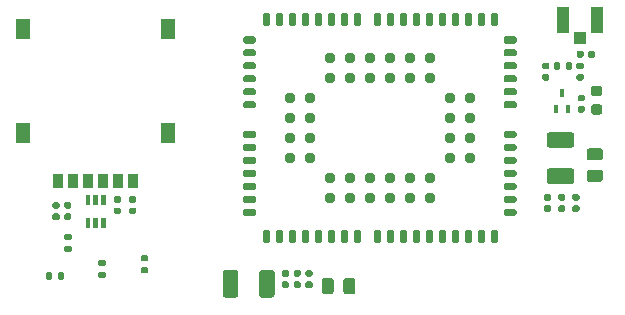
<source format=gbr>
G04 #@! TF.GenerationSoftware,KiCad,Pcbnew,6.0.10+dfsg-1~bpo11+1*
G04 #@! TF.CreationDate,2023-02-14T07:13:26+00:00*
G04 #@! TF.ProjectId,cellular-featherwing-pcb,63656c6c-756c-4617-922d-666561746865,rev?*
G04 #@! TF.SameCoordinates,Original*
G04 #@! TF.FileFunction,Paste,Top*
G04 #@! TF.FilePolarity,Positive*
%FSLAX46Y46*%
G04 Gerber Fmt 4.6, Leading zero omitted, Abs format (unit mm)*
G04 Created by KiCad (PCBNEW 6.0.10+dfsg-1~bpo11+1) date 2023-02-14 07:13:26*
%MOMM*%
%LPD*%
G01*
G04 APERTURE LIST*
%ADD10C,0.010000*%
%ADD11C,0.950000*%
%ADD12R,1.000000X1.050000*%
%ADD13R,1.050000X2.200000*%
%ADD14R,0.900000X1.200000*%
%ADD15R,1.300000X1.800000*%
%ADD16R,0.355600X0.762000*%
G04 APERTURE END LIST*
G36*
X131350000Y-101066250D02*
G01*
X131049858Y-101066250D01*
X131049858Y-100315000D01*
X131350000Y-100315000D01*
X131350000Y-101066250D01*
G37*
D10*
X131350000Y-101066250D02*
X131049858Y-101066250D01*
X131049858Y-100315000D01*
X131350000Y-100315000D01*
X131350000Y-101066250D01*
G36*
X130700000Y-101065920D02*
G01*
X130399445Y-101065920D01*
X130399445Y-100315000D01*
X130700000Y-100315000D01*
X130700000Y-101065920D01*
G37*
X130700000Y-101065920D02*
X130399445Y-101065920D01*
X130399445Y-100315000D01*
X130700000Y-100315000D01*
X130700000Y-101065920D01*
G36*
X132000000Y-101066090D02*
G01*
X131700413Y-101066090D01*
X131700413Y-100315000D01*
X132000000Y-100315000D01*
X132000000Y-101066090D01*
G37*
X132000000Y-101066090D02*
X131700413Y-101066090D01*
X131700413Y-100315000D01*
X132000000Y-100315000D01*
X132000000Y-101066090D01*
G36*
X130700000Y-99163889D02*
G01*
X130398454Y-99163889D01*
X130398454Y-98415000D01*
X130700000Y-98415000D01*
X130700000Y-99163889D01*
G37*
X130700000Y-99163889D02*
X130398454Y-99163889D01*
X130398454Y-98415000D01*
X130700000Y-98415000D01*
X130700000Y-99163889D01*
G36*
X131350000Y-99164924D02*
G01*
X131049980Y-99164924D01*
X131049980Y-98415000D01*
X131350000Y-98415000D01*
X131350000Y-99164924D01*
G37*
X131350000Y-99164924D02*
X131049980Y-99164924D01*
X131049980Y-98415000D01*
X131350000Y-98415000D01*
X131350000Y-99164924D01*
G36*
X132000000Y-99164957D02*
G01*
X131700037Y-99164957D01*
X131700037Y-98415000D01*
X132000000Y-98415000D01*
X132000000Y-99164957D01*
G37*
X132000000Y-99164957D02*
X131700037Y-99164957D01*
X131700037Y-98415000D01*
X132000000Y-98415000D01*
X132000000Y-99164957D01*
G36*
G01*
X143720000Y-98900000D02*
X143720000Y-98600000D01*
G75*
G02*
X143870000Y-98450000I150000J0D01*
G01*
X144670000Y-98450000D01*
G75*
G02*
X144820000Y-98600000I0J-150000D01*
G01*
X144820000Y-98900000D01*
G75*
G02*
X144670000Y-99050000I-150000J0D01*
G01*
X143870000Y-99050000D01*
G75*
G02*
X143720000Y-98900000I0J150000D01*
G01*
G37*
D11*
X147650000Y-90150000D03*
G36*
G01*
X151350000Y-102430000D02*
X151050000Y-102430000D01*
G75*
G02*
X150900000Y-102280000I0J150000D01*
G01*
X150900000Y-101480000D01*
G75*
G02*
X151050000Y-101330000I150000J0D01*
G01*
X151350000Y-101330000D01*
G75*
G02*
X151500000Y-101480000I0J-150000D01*
G01*
X151500000Y-102280000D01*
G75*
G02*
X151350000Y-102430000I-150000J0D01*
G01*
G37*
X152750000Y-96950000D03*
G36*
G01*
X143720000Y-96700000D02*
X143720000Y-96400000D01*
G75*
G02*
X143870000Y-96250000I150000J0D01*
G01*
X144670000Y-96250000D01*
G75*
G02*
X144820000Y-96400000I0J-150000D01*
G01*
X144820000Y-96700000D01*
G75*
G02*
X144670000Y-96850000I-150000J0D01*
G01*
X143870000Y-96850000D01*
G75*
G02*
X143720000Y-96700000I0J150000D01*
G01*
G37*
G36*
G01*
X164050000Y-102430000D02*
X163750000Y-102430000D01*
G75*
G02*
X163600000Y-102280000I0J150000D01*
G01*
X163600000Y-101480000D01*
G75*
G02*
X163750000Y-101330000I150000J0D01*
G01*
X164050000Y-101330000D01*
G75*
G02*
X164200000Y-101480000I0J-150000D01*
G01*
X164200000Y-102280000D01*
G75*
G02*
X164050000Y-102430000I-150000J0D01*
G01*
G37*
G36*
G01*
X145850000Y-102450000D02*
X145550000Y-102450000D01*
G75*
G02*
X145400000Y-102300000I0J150000D01*
G01*
X145400000Y-101500000D01*
G75*
G02*
X145550000Y-101350000I150000J0D01*
G01*
X145850000Y-101350000D01*
G75*
G02*
X146000000Y-101500000I0J-150000D01*
G01*
X146000000Y-102300000D01*
G75*
G02*
X145850000Y-102450000I-150000J0D01*
G01*
G37*
G36*
G01*
X154950000Y-82970000D02*
X155250000Y-82970000D01*
G75*
G02*
X155400000Y-83120000I0J-150000D01*
G01*
X155400000Y-83920000D01*
G75*
G02*
X155250000Y-84070000I-150000J0D01*
G01*
X154950000Y-84070000D01*
G75*
G02*
X154800000Y-83920000I0J150000D01*
G01*
X154800000Y-83120000D01*
G75*
G02*
X154950000Y-82970000I150000J0D01*
G01*
G37*
X157850000Y-86750000D03*
G36*
G01*
X157450000Y-102430000D02*
X157150000Y-102430000D01*
G75*
G02*
X157000000Y-102280000I0J150000D01*
G01*
X157000000Y-101480000D01*
G75*
G02*
X157150000Y-101330000I150000J0D01*
G01*
X157450000Y-101330000D01*
G75*
G02*
X157600000Y-101480000I0J-150000D01*
G01*
X157600000Y-102280000D01*
G75*
G02*
X157450000Y-102430000I-150000J0D01*
G01*
G37*
G36*
G01*
X156350000Y-102430000D02*
X156050000Y-102430000D01*
G75*
G02*
X155900000Y-102280000I0J150000D01*
G01*
X155900000Y-101480000D01*
G75*
G02*
X156050000Y-101330000I150000J0D01*
G01*
X156350000Y-101330000D01*
G75*
G02*
X156500000Y-101480000I0J-150000D01*
G01*
X156500000Y-102280000D01*
G75*
G02*
X156350000Y-102430000I-150000J0D01*
G01*
G37*
G36*
G01*
X165150000Y-102430000D02*
X164850000Y-102430000D01*
G75*
G02*
X164700000Y-102280000I0J150000D01*
G01*
X164700000Y-101480000D01*
G75*
G02*
X164850000Y-101330000I150000J0D01*
G01*
X165150000Y-101330000D01*
G75*
G02*
X165300000Y-101480000I0J-150000D01*
G01*
X165300000Y-102280000D01*
G75*
G02*
X165150000Y-102430000I-150000J0D01*
G01*
G37*
G36*
G01*
X143720000Y-94500000D02*
X143720000Y-94200000D01*
G75*
G02*
X143870000Y-94050000I150000J0D01*
G01*
X144670000Y-94050000D01*
G75*
G02*
X144820000Y-94200000I0J-150000D01*
G01*
X144820000Y-94500000D01*
G75*
G02*
X144670000Y-94650000I-150000J0D01*
G01*
X143870000Y-94650000D01*
G75*
G02*
X143720000Y-94500000I0J150000D01*
G01*
G37*
G36*
G01*
X157150000Y-82970000D02*
X157450000Y-82970000D01*
G75*
G02*
X157600000Y-83120000I0J-150000D01*
G01*
X157600000Y-83920000D01*
G75*
G02*
X157450000Y-84070000I-150000J0D01*
G01*
X157150000Y-84070000D01*
G75*
G02*
X157000000Y-83920000I0J150000D01*
G01*
X157000000Y-83120000D01*
G75*
G02*
X157150000Y-82970000I150000J0D01*
G01*
G37*
X161250000Y-95250000D03*
X152750000Y-86750000D03*
X149350000Y-90150000D03*
G36*
G01*
X166880000Y-87300000D02*
X166880000Y-87600000D01*
G75*
G02*
X166730000Y-87750000I-150000J0D01*
G01*
X165930000Y-87750000D01*
G75*
G02*
X165780000Y-87600000I0J150000D01*
G01*
X165780000Y-87300000D01*
G75*
G02*
X165930000Y-87150000I150000J0D01*
G01*
X166730000Y-87150000D01*
G75*
G02*
X166880000Y-87300000I0J-150000D01*
G01*
G37*
G36*
G01*
X143720000Y-85400000D02*
X143720000Y-85100000D01*
G75*
G02*
X143870000Y-84950000I150000J0D01*
G01*
X144670000Y-84950000D01*
G75*
G02*
X144820000Y-85100000I0J-150000D01*
G01*
X144820000Y-85400000D01*
G75*
G02*
X144670000Y-85550000I-150000J0D01*
G01*
X143870000Y-85550000D01*
G75*
G02*
X143720000Y-85400000I0J150000D01*
G01*
G37*
X162950000Y-91850000D03*
X156150000Y-96950000D03*
G36*
G01*
X161850000Y-102430000D02*
X161550000Y-102430000D01*
G75*
G02*
X161400000Y-102280000I0J150000D01*
G01*
X161400000Y-101480000D01*
G75*
G02*
X161550000Y-101330000I150000J0D01*
G01*
X161850000Y-101330000D01*
G75*
G02*
X162000000Y-101480000I0J-150000D01*
G01*
X162000000Y-102280000D01*
G75*
G02*
X161850000Y-102430000I-150000J0D01*
G01*
G37*
X154450000Y-96950000D03*
G36*
G01*
X161550000Y-82970000D02*
X161850000Y-82970000D01*
G75*
G02*
X162000000Y-83120000I0J-150000D01*
G01*
X162000000Y-83920000D01*
G75*
G02*
X161850000Y-84070000I-150000J0D01*
G01*
X161550000Y-84070000D01*
G75*
G02*
X161400000Y-83920000I0J150000D01*
G01*
X161400000Y-83120000D01*
G75*
G02*
X161550000Y-82970000I150000J0D01*
G01*
G37*
G36*
G01*
X164850000Y-82970000D02*
X165150000Y-82970000D01*
G75*
G02*
X165300000Y-83120000I0J-150000D01*
G01*
X165300000Y-83920000D01*
G75*
G02*
X165150000Y-84070000I-150000J0D01*
G01*
X164850000Y-84070000D01*
G75*
G02*
X164700000Y-83920000I0J150000D01*
G01*
X164700000Y-83120000D01*
G75*
G02*
X164850000Y-82970000I150000J0D01*
G01*
G37*
X151050000Y-96950000D03*
G36*
G01*
X166880000Y-98600000D02*
X166880000Y-98900000D01*
G75*
G02*
X166730000Y-99050000I-150000J0D01*
G01*
X165930000Y-99050000D01*
G75*
G02*
X165780000Y-98900000I0J150000D01*
G01*
X165780000Y-98600000D01*
G75*
G02*
X165930000Y-98450000I150000J0D01*
G01*
X166730000Y-98450000D01*
G75*
G02*
X166880000Y-98600000I0J-150000D01*
G01*
G37*
G36*
G01*
X160450000Y-82970000D02*
X160750000Y-82970000D01*
G75*
G02*
X160900000Y-83120000I0J-150000D01*
G01*
X160900000Y-83920000D01*
G75*
G02*
X160750000Y-84070000I-150000J0D01*
G01*
X160450000Y-84070000D01*
G75*
G02*
X160300000Y-83920000I0J150000D01*
G01*
X160300000Y-83120000D01*
G75*
G02*
X160450000Y-82970000I150000J0D01*
G01*
G37*
G36*
G01*
X162950000Y-102430000D02*
X162650000Y-102430000D01*
G75*
G02*
X162500000Y-102280000I0J150000D01*
G01*
X162500000Y-101480000D01*
G75*
G02*
X162650000Y-101330000I150000J0D01*
G01*
X162950000Y-101330000D01*
G75*
G02*
X163100000Y-101480000I0J-150000D01*
G01*
X163100000Y-102280000D01*
G75*
G02*
X162950000Y-102430000I-150000J0D01*
G01*
G37*
G36*
G01*
X152150000Y-82970000D02*
X152450000Y-82970000D01*
G75*
G02*
X152600000Y-83120000I0J-150000D01*
G01*
X152600000Y-83920000D01*
G75*
G02*
X152450000Y-84070000I-150000J0D01*
G01*
X152150000Y-84070000D01*
G75*
G02*
X152000000Y-83920000I0J150000D01*
G01*
X152000000Y-83120000D01*
G75*
G02*
X152150000Y-82970000I150000J0D01*
G01*
G37*
G36*
G01*
X166880000Y-99700000D02*
X166880000Y-100000000D01*
G75*
G02*
X166730000Y-100150000I-150000J0D01*
G01*
X165930000Y-100150000D01*
G75*
G02*
X165780000Y-100000000I0J150000D01*
G01*
X165780000Y-99700000D01*
G75*
G02*
X165930000Y-99550000I150000J0D01*
G01*
X166730000Y-99550000D01*
G75*
G02*
X166880000Y-99700000I0J-150000D01*
G01*
G37*
G36*
G01*
X166880000Y-85100000D02*
X166880000Y-85400000D01*
G75*
G02*
X166730000Y-85550000I-150000J0D01*
G01*
X165930000Y-85550000D01*
G75*
G02*
X165780000Y-85400000I0J150000D01*
G01*
X165780000Y-85100000D01*
G75*
G02*
X165930000Y-84950000I150000J0D01*
G01*
X166730000Y-84950000D01*
G75*
G02*
X166880000Y-85100000I0J-150000D01*
G01*
G37*
G36*
G01*
X143720000Y-97800000D02*
X143720000Y-97500000D01*
G75*
G02*
X143870000Y-97350000I150000J0D01*
G01*
X144670000Y-97350000D01*
G75*
G02*
X144820000Y-97500000I0J-150000D01*
G01*
X144820000Y-97800000D01*
G75*
G02*
X144670000Y-97950000I-150000J0D01*
G01*
X143870000Y-97950000D01*
G75*
G02*
X143720000Y-97800000I0J150000D01*
G01*
G37*
G36*
G01*
X148850000Y-82970000D02*
X149150000Y-82970000D01*
G75*
G02*
X149300000Y-83120000I0J-150000D01*
G01*
X149300000Y-83920000D01*
G75*
G02*
X149150000Y-84070000I-150000J0D01*
G01*
X148850000Y-84070000D01*
G75*
G02*
X148700000Y-83920000I0J150000D01*
G01*
X148700000Y-83120000D01*
G75*
G02*
X148850000Y-82970000I150000J0D01*
G01*
G37*
X151050000Y-98650000D03*
G36*
G01*
X151050000Y-82970000D02*
X151350000Y-82970000D01*
G75*
G02*
X151500000Y-83120000I0J-150000D01*
G01*
X151500000Y-83920000D01*
G75*
G02*
X151350000Y-84070000I-150000J0D01*
G01*
X151050000Y-84070000D01*
G75*
G02*
X150900000Y-83920000I0J150000D01*
G01*
X150900000Y-83120000D01*
G75*
G02*
X151050000Y-82970000I150000J0D01*
G01*
G37*
G36*
G01*
X166880000Y-95300000D02*
X166880000Y-95600000D01*
G75*
G02*
X166730000Y-95750000I-150000J0D01*
G01*
X165930000Y-95750000D01*
G75*
G02*
X165780000Y-95600000I0J150000D01*
G01*
X165780000Y-95300000D01*
G75*
G02*
X165930000Y-95150000I150000J0D01*
G01*
X166730000Y-95150000D01*
G75*
G02*
X166880000Y-95300000I0J-150000D01*
G01*
G37*
G36*
G01*
X166880000Y-90600000D02*
X166880000Y-90900000D01*
G75*
G02*
X166730000Y-91050000I-150000J0D01*
G01*
X165930000Y-91050000D01*
G75*
G02*
X165780000Y-90900000I0J150000D01*
G01*
X165780000Y-90600000D01*
G75*
G02*
X165930000Y-90450000I150000J0D01*
G01*
X166730000Y-90450000D01*
G75*
G02*
X166880000Y-90600000I0J-150000D01*
G01*
G37*
X149350000Y-93550000D03*
X152750000Y-98650000D03*
X159550000Y-96950000D03*
G36*
G01*
X147750000Y-82970000D02*
X148050000Y-82970000D01*
G75*
G02*
X148200000Y-83120000I0J-150000D01*
G01*
X148200000Y-83920000D01*
G75*
G02*
X148050000Y-84070000I-150000J0D01*
G01*
X147750000Y-84070000D01*
G75*
G02*
X147600000Y-83920000I0J150000D01*
G01*
X147600000Y-83120000D01*
G75*
G02*
X147750000Y-82970000I150000J0D01*
G01*
G37*
G36*
G01*
X143720000Y-90900000D02*
X143720000Y-90600000D01*
G75*
G02*
X143870000Y-90450000I150000J0D01*
G01*
X144670000Y-90450000D01*
G75*
G02*
X144820000Y-90600000I0J-150000D01*
G01*
X144820000Y-90900000D01*
G75*
G02*
X144670000Y-91050000I-150000J0D01*
G01*
X143870000Y-91050000D01*
G75*
G02*
X143720000Y-90900000I0J150000D01*
G01*
G37*
G36*
G01*
X143720000Y-86500000D02*
X143720000Y-86200000D01*
G75*
G02*
X143870000Y-86050000I150000J0D01*
G01*
X144670000Y-86050000D01*
G75*
G02*
X144820000Y-86200000I0J-150000D01*
G01*
X144820000Y-86500000D01*
G75*
G02*
X144670000Y-86650000I-150000J0D01*
G01*
X143870000Y-86650000D01*
G75*
G02*
X143720000Y-86500000I0J150000D01*
G01*
G37*
X162950000Y-90150000D03*
X147650000Y-93550000D03*
G36*
G01*
X166880000Y-94200000D02*
X166880000Y-94500000D01*
G75*
G02*
X166730000Y-94650000I-150000J0D01*
G01*
X165930000Y-94650000D01*
G75*
G02*
X165780000Y-94500000I0J150000D01*
G01*
X165780000Y-94200000D01*
G75*
G02*
X165930000Y-94050000I150000J0D01*
G01*
X166730000Y-94050000D01*
G75*
G02*
X166880000Y-94200000I0J-150000D01*
G01*
G37*
X147650000Y-91850000D03*
X156150000Y-86750000D03*
X159550000Y-86750000D03*
G36*
G01*
X143720000Y-87600000D02*
X143720000Y-87300000D01*
G75*
G02*
X143870000Y-87150000I150000J0D01*
G01*
X144670000Y-87150000D01*
G75*
G02*
X144820000Y-87300000I0J-150000D01*
G01*
X144820000Y-87600000D01*
G75*
G02*
X144670000Y-87750000I-150000J0D01*
G01*
X143870000Y-87750000D01*
G75*
G02*
X143720000Y-87600000I0J150000D01*
G01*
G37*
G36*
G01*
X163750000Y-82970000D02*
X164050000Y-82970000D01*
G75*
G02*
X164200000Y-83120000I0J-150000D01*
G01*
X164200000Y-83920000D01*
G75*
G02*
X164050000Y-84070000I-150000J0D01*
G01*
X163750000Y-84070000D01*
G75*
G02*
X163600000Y-83920000I0J150000D01*
G01*
X163600000Y-83120000D01*
G75*
G02*
X163750000Y-82970000I150000J0D01*
G01*
G37*
G36*
G01*
X166880000Y-96400000D02*
X166880000Y-96700000D01*
G75*
G02*
X166730000Y-96850000I-150000J0D01*
G01*
X165930000Y-96850000D01*
G75*
G02*
X165780000Y-96700000I0J150000D01*
G01*
X165780000Y-96400000D01*
G75*
G02*
X165930000Y-96250000I150000J0D01*
G01*
X166730000Y-96250000D01*
G75*
G02*
X166880000Y-96400000I0J-150000D01*
G01*
G37*
X156150000Y-88450000D03*
G36*
G01*
X153550000Y-102430000D02*
X153250000Y-102430000D01*
G75*
G02*
X153100000Y-102280000I0J150000D01*
G01*
X153100000Y-101480000D01*
G75*
G02*
X153250000Y-101330000I150000J0D01*
G01*
X153550000Y-101330000D01*
G75*
G02*
X153700000Y-101480000I0J-150000D01*
G01*
X153700000Y-102280000D01*
G75*
G02*
X153550000Y-102430000I-150000J0D01*
G01*
G37*
G36*
G01*
X166880000Y-89500000D02*
X166880000Y-89800000D01*
G75*
G02*
X166730000Y-89950000I-150000J0D01*
G01*
X165930000Y-89950000D01*
G75*
G02*
X165780000Y-89800000I0J150000D01*
G01*
X165780000Y-89500000D01*
G75*
G02*
X165930000Y-89350000I150000J0D01*
G01*
X166730000Y-89350000D01*
G75*
G02*
X166880000Y-89500000I0J-150000D01*
G01*
G37*
G36*
G01*
X155250000Y-102430000D02*
X154950000Y-102430000D01*
G75*
G02*
X154800000Y-102280000I0J150000D01*
G01*
X154800000Y-101480000D01*
G75*
G02*
X154950000Y-101330000I150000J0D01*
G01*
X155250000Y-101330000D01*
G75*
G02*
X155400000Y-101480000I0J-150000D01*
G01*
X155400000Y-102280000D01*
G75*
G02*
X155250000Y-102430000I-150000J0D01*
G01*
G37*
X154450000Y-88450000D03*
G36*
G01*
X159650000Y-102430000D02*
X159350000Y-102430000D01*
G75*
G02*
X159200000Y-102280000I0J150000D01*
G01*
X159200000Y-101480000D01*
G75*
G02*
X159350000Y-101330000I150000J0D01*
G01*
X159650000Y-101330000D01*
G75*
G02*
X159800000Y-101480000I0J-150000D01*
G01*
X159800000Y-102280000D01*
G75*
G02*
X159650000Y-102430000I-150000J0D01*
G01*
G37*
X157850000Y-98650000D03*
G36*
G01*
X146650000Y-82970000D02*
X146950000Y-82970000D01*
G75*
G02*
X147100000Y-83120000I0J-150000D01*
G01*
X147100000Y-83920000D01*
G75*
G02*
X146950000Y-84070000I-150000J0D01*
G01*
X146650000Y-84070000D01*
G75*
G02*
X146500000Y-83920000I0J150000D01*
G01*
X146500000Y-83120000D01*
G75*
G02*
X146650000Y-82970000I150000J0D01*
G01*
G37*
X151050000Y-86750000D03*
G36*
G01*
X166880000Y-97500000D02*
X166880000Y-97800000D01*
G75*
G02*
X166730000Y-97950000I-150000J0D01*
G01*
X165930000Y-97950000D01*
G75*
G02*
X165780000Y-97800000I0J150000D01*
G01*
X165780000Y-97500000D01*
G75*
G02*
X165930000Y-97350000I150000J0D01*
G01*
X166730000Y-97350000D01*
G75*
G02*
X166880000Y-97500000I0J-150000D01*
G01*
G37*
X147650000Y-95250000D03*
G36*
G01*
X166880000Y-93100000D02*
X166880000Y-93400000D01*
G75*
G02*
X166730000Y-93550000I-150000J0D01*
G01*
X165930000Y-93550000D01*
G75*
G02*
X165780000Y-93400000I0J150000D01*
G01*
X165780000Y-93100000D01*
G75*
G02*
X165930000Y-92950000I150000J0D01*
G01*
X166730000Y-92950000D01*
G75*
G02*
X166880000Y-93100000I0J-150000D01*
G01*
G37*
X151050000Y-88450000D03*
G36*
G01*
X162650000Y-82970000D02*
X162950000Y-82970000D01*
G75*
G02*
X163100000Y-83120000I0J-150000D01*
G01*
X163100000Y-83920000D01*
G75*
G02*
X162950000Y-84070000I-150000J0D01*
G01*
X162650000Y-84070000D01*
G75*
G02*
X162500000Y-83920000I0J150000D01*
G01*
X162500000Y-83120000D01*
G75*
G02*
X162650000Y-82970000I150000J0D01*
G01*
G37*
G36*
G01*
X153250000Y-82970000D02*
X153550000Y-82970000D01*
G75*
G02*
X153700000Y-83120000I0J-150000D01*
G01*
X153700000Y-83920000D01*
G75*
G02*
X153550000Y-84070000I-150000J0D01*
G01*
X153250000Y-84070000D01*
G75*
G02*
X153100000Y-83920000I0J150000D01*
G01*
X153100000Y-83120000D01*
G75*
G02*
X153250000Y-82970000I150000J0D01*
G01*
G37*
G36*
G01*
X150250000Y-102430000D02*
X149950000Y-102430000D01*
G75*
G02*
X149800000Y-102280000I0J150000D01*
G01*
X149800000Y-101480000D01*
G75*
G02*
X149950000Y-101330000I150000J0D01*
G01*
X150250000Y-101330000D01*
G75*
G02*
X150400000Y-101480000I0J-150000D01*
G01*
X150400000Y-102280000D01*
G75*
G02*
X150250000Y-102430000I-150000J0D01*
G01*
G37*
X159550000Y-88450000D03*
X159550000Y-98650000D03*
G36*
G01*
X166880000Y-88400000D02*
X166880000Y-88700000D01*
G75*
G02*
X166730000Y-88850000I-150000J0D01*
G01*
X165930000Y-88850000D01*
G75*
G02*
X165780000Y-88700000I0J150000D01*
G01*
X165780000Y-88400000D01*
G75*
G02*
X165930000Y-88250000I150000J0D01*
G01*
X166730000Y-88250000D01*
G75*
G02*
X166880000Y-88400000I0J-150000D01*
G01*
G37*
X149350000Y-95250000D03*
X162950000Y-95250000D03*
X157850000Y-96950000D03*
X161250000Y-93550000D03*
G36*
G01*
X143720000Y-89800000D02*
X143720000Y-89500000D01*
G75*
G02*
X143870000Y-89350000I150000J0D01*
G01*
X144670000Y-89350000D01*
G75*
G02*
X144820000Y-89500000I0J-150000D01*
G01*
X144820000Y-89800000D01*
G75*
G02*
X144670000Y-89950000I-150000J0D01*
G01*
X143870000Y-89950000D01*
G75*
G02*
X143720000Y-89800000I0J150000D01*
G01*
G37*
G36*
G01*
X146950000Y-102430000D02*
X146650000Y-102430000D01*
G75*
G02*
X146500000Y-102280000I0J150000D01*
G01*
X146500000Y-101480000D01*
G75*
G02*
X146650000Y-101330000I150000J0D01*
G01*
X146950000Y-101330000D01*
G75*
G02*
X147100000Y-101480000I0J-150000D01*
G01*
X147100000Y-102280000D01*
G75*
G02*
X146950000Y-102430000I-150000J0D01*
G01*
G37*
G36*
G01*
X143720000Y-95600000D02*
X143720000Y-95300000D01*
G75*
G02*
X143870000Y-95150000I150000J0D01*
G01*
X144670000Y-95150000D01*
G75*
G02*
X144820000Y-95300000I0J-150000D01*
G01*
X144820000Y-95600000D01*
G75*
G02*
X144670000Y-95750000I-150000J0D01*
G01*
X143870000Y-95750000D01*
G75*
G02*
X143720000Y-95600000I0J150000D01*
G01*
G37*
G36*
G01*
X143720000Y-88700000D02*
X143720000Y-88400000D01*
G75*
G02*
X143870000Y-88250000I150000J0D01*
G01*
X144670000Y-88250000D01*
G75*
G02*
X144820000Y-88400000I0J-150000D01*
G01*
X144820000Y-88700000D01*
G75*
G02*
X144670000Y-88850000I-150000J0D01*
G01*
X143870000Y-88850000D01*
G75*
G02*
X143720000Y-88700000I0J150000D01*
G01*
G37*
X152750000Y-88450000D03*
G36*
G01*
X158550000Y-102430000D02*
X158250000Y-102430000D01*
G75*
G02*
X158100000Y-102280000I0J150000D01*
G01*
X158100000Y-101480000D01*
G75*
G02*
X158250000Y-101330000I150000J0D01*
G01*
X158550000Y-101330000D01*
G75*
G02*
X158700000Y-101480000I0J-150000D01*
G01*
X158700000Y-102280000D01*
G75*
G02*
X158550000Y-102430000I-150000J0D01*
G01*
G37*
X154450000Y-98650000D03*
X156150000Y-98650000D03*
X157850000Y-88450000D03*
G36*
G01*
X156050000Y-82970000D02*
X156350000Y-82970000D01*
G75*
G02*
X156500000Y-83120000I0J-150000D01*
G01*
X156500000Y-83920000D01*
G75*
G02*
X156350000Y-84070000I-150000J0D01*
G01*
X156050000Y-84070000D01*
G75*
G02*
X155900000Y-83920000I0J150000D01*
G01*
X155900000Y-83120000D01*
G75*
G02*
X156050000Y-82970000I150000J0D01*
G01*
G37*
X162950000Y-93550000D03*
G36*
G01*
X159350000Y-82970000D02*
X159650000Y-82970000D01*
G75*
G02*
X159800000Y-83120000I0J-150000D01*
G01*
X159800000Y-83920000D01*
G75*
G02*
X159650000Y-84070000I-150000J0D01*
G01*
X159350000Y-84070000D01*
G75*
G02*
X159200000Y-83920000I0J150000D01*
G01*
X159200000Y-83120000D01*
G75*
G02*
X159350000Y-82970000I150000J0D01*
G01*
G37*
X149350000Y-91850000D03*
G36*
G01*
X149950000Y-82970000D02*
X150250000Y-82970000D01*
G75*
G02*
X150400000Y-83120000I0J-150000D01*
G01*
X150400000Y-83920000D01*
G75*
G02*
X150250000Y-84070000I-150000J0D01*
G01*
X149950000Y-84070000D01*
G75*
G02*
X149800000Y-83920000I0J150000D01*
G01*
X149800000Y-83120000D01*
G75*
G02*
X149950000Y-82970000I150000J0D01*
G01*
G37*
G36*
G01*
X166880000Y-86200000D02*
X166880000Y-86500000D01*
G75*
G02*
X166730000Y-86650000I-150000J0D01*
G01*
X165930000Y-86650000D01*
G75*
G02*
X165780000Y-86500000I0J150000D01*
G01*
X165780000Y-86200000D01*
G75*
G02*
X165930000Y-86050000I150000J0D01*
G01*
X166730000Y-86050000D01*
G75*
G02*
X166880000Y-86200000I0J-150000D01*
G01*
G37*
X161250000Y-90150000D03*
G36*
G01*
X160750000Y-102430000D02*
X160450000Y-102430000D01*
G75*
G02*
X160300000Y-102280000I0J150000D01*
G01*
X160300000Y-101480000D01*
G75*
G02*
X160450000Y-101330000I150000J0D01*
G01*
X160750000Y-101330000D01*
G75*
G02*
X160900000Y-101480000I0J-150000D01*
G01*
X160900000Y-102280000D01*
G75*
G02*
X160750000Y-102430000I-150000J0D01*
G01*
G37*
X161250000Y-91850000D03*
G36*
G01*
X158250000Y-82970000D02*
X158550000Y-82970000D01*
G75*
G02*
X158700000Y-83120000I0J-150000D01*
G01*
X158700000Y-83920000D01*
G75*
G02*
X158550000Y-84070000I-150000J0D01*
G01*
X158250000Y-84070000D01*
G75*
G02*
X158100000Y-83920000I0J150000D01*
G01*
X158100000Y-83120000D01*
G75*
G02*
X158250000Y-82970000I150000J0D01*
G01*
G37*
X154450000Y-86750000D03*
G36*
G01*
X148050000Y-102430000D02*
X147750000Y-102430000D01*
G75*
G02*
X147600000Y-102280000I0J150000D01*
G01*
X147600000Y-101480000D01*
G75*
G02*
X147750000Y-101330000I150000J0D01*
G01*
X148050000Y-101330000D01*
G75*
G02*
X148200000Y-101480000I0J-150000D01*
G01*
X148200000Y-102280000D01*
G75*
G02*
X148050000Y-102430000I-150000J0D01*
G01*
G37*
G36*
G01*
X149150000Y-102430000D02*
X148850000Y-102430000D01*
G75*
G02*
X148700000Y-102280000I0J150000D01*
G01*
X148700000Y-101480000D01*
G75*
G02*
X148850000Y-101330000I150000J0D01*
G01*
X149150000Y-101330000D01*
G75*
G02*
X149300000Y-101480000I0J-150000D01*
G01*
X149300000Y-102280000D01*
G75*
G02*
X149150000Y-102430000I-150000J0D01*
G01*
G37*
G36*
G01*
X143720000Y-100000000D02*
X143720000Y-99700000D01*
G75*
G02*
X143870000Y-99550000I150000J0D01*
G01*
X144670000Y-99550000D01*
G75*
G02*
X144820000Y-99700000I0J-150000D01*
G01*
X144820000Y-100000000D01*
G75*
G02*
X144670000Y-100150000I-150000J0D01*
G01*
X143870000Y-100150000D01*
G75*
G02*
X143720000Y-100000000I0J150000D01*
G01*
G37*
G36*
G01*
X152450000Y-102430000D02*
X152150000Y-102430000D01*
G75*
G02*
X152000000Y-102280000I0J150000D01*
G01*
X152000000Y-101480000D01*
G75*
G02*
X152150000Y-101330000I150000J0D01*
G01*
X152450000Y-101330000D01*
G75*
G02*
X152600000Y-101480000I0J-150000D01*
G01*
X152600000Y-102280000D01*
G75*
G02*
X152450000Y-102430000I-150000J0D01*
G01*
G37*
G36*
G01*
X145550000Y-82970000D02*
X145850000Y-82970000D01*
G75*
G02*
X146000000Y-83120000I0J-150000D01*
G01*
X146000000Y-83920000D01*
G75*
G02*
X145850000Y-84070000I-150000J0D01*
G01*
X145550000Y-84070000D01*
G75*
G02*
X145400000Y-83920000I0J150000D01*
G01*
X145400000Y-83120000D01*
G75*
G02*
X145550000Y-82970000I150000J0D01*
G01*
G37*
G36*
G01*
X143720000Y-93400000D02*
X143720000Y-93100000D01*
G75*
G02*
X143870000Y-92950000I150000J0D01*
G01*
X144670000Y-92950000D01*
G75*
G02*
X144820000Y-93100000I0J-150000D01*
G01*
X144820000Y-93400000D01*
G75*
G02*
X144670000Y-93550000I-150000J0D01*
G01*
X143870000Y-93550000D01*
G75*
G02*
X143720000Y-93400000I0J150000D01*
G01*
G37*
G36*
G01*
X127000000Y-105425000D02*
X127000000Y-105055000D01*
G75*
G02*
X127135000Y-104920000I135000J0D01*
G01*
X127405000Y-104920000D01*
G75*
G02*
X127540000Y-105055000I0J-135000D01*
G01*
X127540000Y-105425000D01*
G75*
G02*
X127405000Y-105560000I-135000J0D01*
G01*
X127135000Y-105560000D01*
G75*
G02*
X127000000Y-105425000I0J135000D01*
G01*
G37*
G36*
G01*
X128020000Y-105425000D02*
X128020000Y-105055000D01*
G75*
G02*
X128155000Y-104920000I135000J0D01*
G01*
X128425000Y-104920000D01*
G75*
G02*
X128560000Y-105055000I0J-135000D01*
G01*
X128560000Y-105425000D01*
G75*
G02*
X128425000Y-105560000I-135000J0D01*
G01*
X128155000Y-105560000D01*
G75*
G02*
X128020000Y-105425000I0J135000D01*
G01*
G37*
G36*
G01*
X148130000Y-104740000D02*
X148470000Y-104740000D01*
G75*
G02*
X148610000Y-104880000I0J-140000D01*
G01*
X148610000Y-105160000D01*
G75*
G02*
X148470000Y-105300000I-140000J0D01*
G01*
X148130000Y-105300000D01*
G75*
G02*
X147990000Y-105160000I0J140000D01*
G01*
X147990000Y-104880000D01*
G75*
G02*
X148130000Y-104740000I140000J0D01*
G01*
G37*
G36*
G01*
X148130000Y-105700000D02*
X148470000Y-105700000D01*
G75*
G02*
X148610000Y-105840000I0J-140000D01*
G01*
X148610000Y-106120000D01*
G75*
G02*
X148470000Y-106260000I-140000J0D01*
G01*
X148130000Y-106260000D01*
G75*
G02*
X147990000Y-106120000I0J140000D01*
G01*
X147990000Y-105840000D01*
G75*
G02*
X148130000Y-105700000I140000J0D01*
G01*
G37*
G36*
G01*
X170530000Y-98290000D02*
X170870000Y-98290000D01*
G75*
G02*
X171010000Y-98430000I0J-140000D01*
G01*
X171010000Y-98710000D01*
G75*
G02*
X170870000Y-98850000I-140000J0D01*
G01*
X170530000Y-98850000D01*
G75*
G02*
X170390000Y-98710000I0J140000D01*
G01*
X170390000Y-98430000D01*
G75*
G02*
X170530000Y-98290000I140000J0D01*
G01*
G37*
G36*
G01*
X170530000Y-99250000D02*
X170870000Y-99250000D01*
G75*
G02*
X171010000Y-99390000I0J-140000D01*
G01*
X171010000Y-99670000D01*
G75*
G02*
X170870000Y-99810000I-140000J0D01*
G01*
X170530000Y-99810000D01*
G75*
G02*
X170390000Y-99670000I0J140000D01*
G01*
X170390000Y-99390000D01*
G75*
G02*
X170530000Y-99250000I140000J0D01*
G01*
G37*
G36*
G01*
X169180000Y-87170000D02*
X169520000Y-87170000D01*
G75*
G02*
X169660000Y-87310000I0J-140000D01*
G01*
X169660000Y-87590000D01*
G75*
G02*
X169520000Y-87730000I-140000J0D01*
G01*
X169180000Y-87730000D01*
G75*
G02*
X169040000Y-87590000I0J140000D01*
G01*
X169040000Y-87310000D01*
G75*
G02*
X169180000Y-87170000I140000J0D01*
G01*
G37*
G36*
G01*
X169180000Y-88130000D02*
X169520000Y-88130000D01*
G75*
G02*
X169660000Y-88270000I0J-140000D01*
G01*
X169660000Y-88550000D01*
G75*
G02*
X169520000Y-88690000I-140000J0D01*
G01*
X169180000Y-88690000D01*
G75*
G02*
X169040000Y-88550000I0J140000D01*
G01*
X169040000Y-88270000D01*
G75*
G02*
X169180000Y-88130000I140000J0D01*
G01*
G37*
G36*
G01*
X171580000Y-87265000D02*
X171580000Y-87635000D01*
G75*
G02*
X171445000Y-87770000I-135000J0D01*
G01*
X171175000Y-87770000D01*
G75*
G02*
X171040000Y-87635000I0J135000D01*
G01*
X171040000Y-87265000D01*
G75*
G02*
X171175000Y-87130000I135000J0D01*
G01*
X171445000Y-87130000D01*
G75*
G02*
X171580000Y-87265000I0J-135000D01*
G01*
G37*
G36*
G01*
X170560000Y-87265000D02*
X170560000Y-87635000D01*
G75*
G02*
X170425000Y-87770000I-135000J0D01*
G01*
X170155000Y-87770000D01*
G75*
G02*
X170020000Y-87635000I0J135000D01*
G01*
X170020000Y-87265000D01*
G75*
G02*
X170155000Y-87130000I135000J0D01*
G01*
X170425000Y-87130000D01*
G75*
G02*
X170560000Y-87265000I0J-135000D01*
G01*
G37*
G36*
G01*
X172080000Y-87170000D02*
X172420000Y-87170000D01*
G75*
G02*
X172560000Y-87310000I0J-140000D01*
G01*
X172560000Y-87590000D01*
G75*
G02*
X172420000Y-87730000I-140000J0D01*
G01*
X172080000Y-87730000D01*
G75*
G02*
X171940000Y-87590000I0J140000D01*
G01*
X171940000Y-87310000D01*
G75*
G02*
X172080000Y-87170000I140000J0D01*
G01*
G37*
G36*
G01*
X172080000Y-88130000D02*
X172420000Y-88130000D01*
G75*
G02*
X172560000Y-88270000I0J-140000D01*
G01*
X172560000Y-88550000D01*
G75*
G02*
X172420000Y-88690000I-140000J0D01*
G01*
X172080000Y-88690000D01*
G75*
G02*
X171940000Y-88550000I0J140000D01*
G01*
X171940000Y-88270000D01*
G75*
G02*
X172080000Y-88130000I140000J0D01*
G01*
G37*
D12*
X172250000Y-85087500D03*
D13*
X170775000Y-83562500D03*
X173725000Y-83562500D03*
G36*
G01*
X150375000Y-106550000D02*
X150375000Y-105650000D01*
G75*
G02*
X150625000Y-105400000I250000J0D01*
G01*
X151150000Y-105400000D01*
G75*
G02*
X151400000Y-105650000I0J-250000D01*
G01*
X151400000Y-106550000D01*
G75*
G02*
X151150000Y-106800000I-250000J0D01*
G01*
X150625000Y-106800000D01*
G75*
G02*
X150375000Y-106550000I0J250000D01*
G01*
G37*
G36*
G01*
X152200000Y-106550000D02*
X152200000Y-105650000D01*
G75*
G02*
X152450000Y-105400000I250000J0D01*
G01*
X152975000Y-105400000D01*
G75*
G02*
X153225000Y-105650000I0J-250000D01*
G01*
X153225000Y-106550000D01*
G75*
G02*
X152975000Y-106800000I-250000J0D01*
G01*
X152450000Y-106800000D01*
G75*
G02*
X152200000Y-106550000I0J250000D01*
G01*
G37*
G36*
G01*
X147130000Y-104740000D02*
X147470000Y-104740000D01*
G75*
G02*
X147610000Y-104880000I0J-140000D01*
G01*
X147610000Y-105160000D01*
G75*
G02*
X147470000Y-105300000I-140000J0D01*
G01*
X147130000Y-105300000D01*
G75*
G02*
X146990000Y-105160000I0J140000D01*
G01*
X146990000Y-104880000D01*
G75*
G02*
X147130000Y-104740000I140000J0D01*
G01*
G37*
G36*
G01*
X147130000Y-105700000D02*
X147470000Y-105700000D01*
G75*
G02*
X147610000Y-105840000I0J-140000D01*
G01*
X147610000Y-106120000D01*
G75*
G02*
X147470000Y-106260000I-140000J0D01*
G01*
X147130000Y-106260000D01*
G75*
G02*
X146990000Y-106120000I0J140000D01*
G01*
X146990000Y-105840000D01*
G75*
G02*
X147130000Y-105700000I140000J0D01*
G01*
G37*
G36*
G01*
X131965000Y-105420000D02*
X131595000Y-105420000D01*
G75*
G02*
X131460000Y-105285000I0J135000D01*
G01*
X131460000Y-105015000D01*
G75*
G02*
X131595000Y-104880000I135000J0D01*
G01*
X131965000Y-104880000D01*
G75*
G02*
X132100000Y-105015000I0J-135000D01*
G01*
X132100000Y-105285000D01*
G75*
G02*
X131965000Y-105420000I-135000J0D01*
G01*
G37*
G36*
G01*
X131965000Y-104400000D02*
X131595000Y-104400000D01*
G75*
G02*
X131460000Y-104265000I0J135000D01*
G01*
X131460000Y-103995000D01*
G75*
G02*
X131595000Y-103860000I135000J0D01*
G01*
X131965000Y-103860000D01*
G75*
G02*
X132100000Y-103995000I0J-135000D01*
G01*
X132100000Y-104265000D01*
G75*
G02*
X131965000Y-104400000I-135000J0D01*
G01*
G37*
G36*
G01*
X132910000Y-98480000D02*
X133250000Y-98480000D01*
G75*
G02*
X133390000Y-98620000I0J-140000D01*
G01*
X133390000Y-98900000D01*
G75*
G02*
X133250000Y-99040000I-140000J0D01*
G01*
X132910000Y-99040000D01*
G75*
G02*
X132770000Y-98900000I0J140000D01*
G01*
X132770000Y-98620000D01*
G75*
G02*
X132910000Y-98480000I140000J0D01*
G01*
G37*
G36*
G01*
X132910000Y-99440000D02*
X133250000Y-99440000D01*
G75*
G02*
X133390000Y-99580000I0J-140000D01*
G01*
X133390000Y-99860000D01*
G75*
G02*
X133250000Y-100000000I-140000J0D01*
G01*
X132910000Y-100000000D01*
G75*
G02*
X132770000Y-99860000I0J140000D01*
G01*
X132770000Y-99580000D01*
G75*
G02*
X132910000Y-99440000I140000J0D01*
G01*
G37*
D14*
X134375000Y-97200000D03*
X131835000Y-97200000D03*
X129295000Y-97200000D03*
X133105000Y-97200000D03*
X130565000Y-97200000D03*
X128025000Y-97200000D03*
D15*
X137350000Y-93100000D03*
X125050000Y-93100000D03*
X125050000Y-84300000D03*
X137350000Y-84300000D03*
G36*
G01*
X173950000Y-97275000D02*
X173050000Y-97275000D01*
G75*
G02*
X172800000Y-97025000I0J250000D01*
G01*
X172800000Y-96500000D01*
G75*
G02*
X173050000Y-96250000I250000J0D01*
G01*
X173950000Y-96250000D01*
G75*
G02*
X174200000Y-96500000I0J-250000D01*
G01*
X174200000Y-97025000D01*
G75*
G02*
X173950000Y-97275000I-250000J0D01*
G01*
G37*
G36*
G01*
X173950000Y-95450000D02*
X173050000Y-95450000D01*
G75*
G02*
X172800000Y-95200000I0J250000D01*
G01*
X172800000Y-94675000D01*
G75*
G02*
X173050000Y-94425000I250000J0D01*
G01*
X173950000Y-94425000D01*
G75*
G02*
X174200000Y-94675000I0J-250000D01*
G01*
X174200000Y-95200000D01*
G75*
G02*
X173950000Y-95450000I-250000J0D01*
G01*
G37*
D16*
X170200001Y-91123100D03*
X171199999Y-91123100D03*
X170700000Y-89776900D03*
G36*
G01*
X172180000Y-89890000D02*
X172520000Y-89890000D01*
G75*
G02*
X172660000Y-90030000I0J-140000D01*
G01*
X172660000Y-90310000D01*
G75*
G02*
X172520000Y-90450000I-140000J0D01*
G01*
X172180000Y-90450000D01*
G75*
G02*
X172040000Y-90310000I0J140000D01*
G01*
X172040000Y-90030000D01*
G75*
G02*
X172180000Y-89890000I140000J0D01*
G01*
G37*
G36*
G01*
X172180000Y-90850000D02*
X172520000Y-90850000D01*
G75*
G02*
X172660000Y-90990000I0J-140000D01*
G01*
X172660000Y-91270000D01*
G75*
G02*
X172520000Y-91410000I-140000J0D01*
G01*
X172180000Y-91410000D01*
G75*
G02*
X172040000Y-91270000I0J140000D01*
G01*
X172040000Y-90990000D01*
G75*
G02*
X172180000Y-90850000I140000J0D01*
G01*
G37*
G36*
G01*
X173515000Y-86290000D02*
X173515000Y-86635000D01*
G75*
G02*
X173367500Y-86782500I-147500J0D01*
G01*
X173072500Y-86782500D01*
G75*
G02*
X172925000Y-86635000I0J147500D01*
G01*
X172925000Y-86290000D01*
G75*
G02*
X173072500Y-86142500I147500J0D01*
G01*
X173367500Y-86142500D01*
G75*
G02*
X173515000Y-86290000I0J-147500D01*
G01*
G37*
G36*
G01*
X172545000Y-86290000D02*
X172545000Y-86635000D01*
G75*
G02*
X172397500Y-86782500I-147500J0D01*
G01*
X172102500Y-86782500D01*
G75*
G02*
X171955000Y-86635000I0J147500D01*
G01*
X171955000Y-86290000D01*
G75*
G02*
X172102500Y-86142500I147500J0D01*
G01*
X172397500Y-86142500D01*
G75*
G02*
X172545000Y-86290000I0J-147500D01*
G01*
G37*
G36*
G01*
X149130000Y-104740000D02*
X149470000Y-104740000D01*
G75*
G02*
X149610000Y-104880000I0J-140000D01*
G01*
X149610000Y-105160000D01*
G75*
G02*
X149470000Y-105300000I-140000J0D01*
G01*
X149130000Y-105300000D01*
G75*
G02*
X148990000Y-105160000I0J140000D01*
G01*
X148990000Y-104880000D01*
G75*
G02*
X149130000Y-104740000I140000J0D01*
G01*
G37*
G36*
G01*
X149130000Y-105700000D02*
X149470000Y-105700000D01*
G75*
G02*
X149610000Y-105840000I0J-140000D01*
G01*
X149610000Y-106120000D01*
G75*
G02*
X149470000Y-106260000I-140000J0D01*
G01*
X149130000Y-106260000D01*
G75*
G02*
X148990000Y-106120000I0J140000D01*
G01*
X148990000Y-105840000D01*
G75*
G02*
X149130000Y-105700000I140000J0D01*
G01*
G37*
G36*
G01*
X134210000Y-98480000D02*
X134550000Y-98480000D01*
G75*
G02*
X134690000Y-98620000I0J-140000D01*
G01*
X134690000Y-98900000D01*
G75*
G02*
X134550000Y-99040000I-140000J0D01*
G01*
X134210000Y-99040000D01*
G75*
G02*
X134070000Y-98900000I0J140000D01*
G01*
X134070000Y-98620000D01*
G75*
G02*
X134210000Y-98480000I140000J0D01*
G01*
G37*
G36*
G01*
X134210000Y-99440000D02*
X134550000Y-99440000D01*
G75*
G02*
X134690000Y-99580000I0J-140000D01*
G01*
X134690000Y-99860000D01*
G75*
G02*
X134550000Y-100000000I-140000J0D01*
G01*
X134210000Y-100000000D01*
G75*
G02*
X134070000Y-99860000I0J140000D01*
G01*
X134070000Y-99580000D01*
G75*
G02*
X134210000Y-99440000I140000J0D01*
G01*
G37*
G36*
G01*
X171525000Y-97450000D02*
X169675000Y-97450000D01*
G75*
G02*
X169425000Y-97200000I0J250000D01*
G01*
X169425000Y-96375000D01*
G75*
G02*
X169675000Y-96125000I250000J0D01*
G01*
X171525000Y-96125000D01*
G75*
G02*
X171775000Y-96375000I0J-250000D01*
G01*
X171775000Y-97200000D01*
G75*
G02*
X171525000Y-97450000I-250000J0D01*
G01*
G37*
G36*
G01*
X171525000Y-94375000D02*
X169675000Y-94375000D01*
G75*
G02*
X169425000Y-94125000I0J250000D01*
G01*
X169425000Y-93300000D01*
G75*
G02*
X169675000Y-93050000I250000J0D01*
G01*
X171525000Y-93050000D01*
G75*
G02*
X171775000Y-93300000I0J-250000D01*
G01*
X171775000Y-94125000D01*
G75*
G02*
X171525000Y-94375000I-250000J0D01*
G01*
G37*
G36*
G01*
X129065000Y-103220000D02*
X128695000Y-103220000D01*
G75*
G02*
X128560000Y-103085000I0J135000D01*
G01*
X128560000Y-102815000D01*
G75*
G02*
X128695000Y-102680000I135000J0D01*
G01*
X129065000Y-102680000D01*
G75*
G02*
X129200000Y-102815000I0J-135000D01*
G01*
X129200000Y-103085000D01*
G75*
G02*
X129065000Y-103220000I-135000J0D01*
G01*
G37*
G36*
G01*
X129065000Y-102200000D02*
X128695000Y-102200000D01*
G75*
G02*
X128560000Y-102065000I0J135000D01*
G01*
X128560000Y-101795000D01*
G75*
G02*
X128695000Y-101660000I135000J0D01*
G01*
X129065000Y-101660000D01*
G75*
G02*
X129200000Y-101795000I0J-135000D01*
G01*
X129200000Y-102065000D01*
G75*
G02*
X129065000Y-102200000I-135000J0D01*
G01*
G37*
G36*
G01*
X173393750Y-89125000D02*
X173906250Y-89125000D01*
G75*
G02*
X174125000Y-89343750I0J-218750D01*
G01*
X174125000Y-89781250D01*
G75*
G02*
X173906250Y-90000000I-218750J0D01*
G01*
X173393750Y-90000000D01*
G75*
G02*
X173175000Y-89781250I0J218750D01*
G01*
X173175000Y-89343750D01*
G75*
G02*
X173393750Y-89125000I218750J0D01*
G01*
G37*
G36*
G01*
X173393750Y-90700000D02*
X173906250Y-90700000D01*
G75*
G02*
X174125000Y-90918750I0J-218750D01*
G01*
X174125000Y-91356250D01*
G75*
G02*
X173906250Y-91575000I-218750J0D01*
G01*
X173393750Y-91575000D01*
G75*
G02*
X173175000Y-91356250I0J218750D01*
G01*
X173175000Y-90918750D01*
G75*
G02*
X173393750Y-90700000I218750J0D01*
G01*
G37*
G36*
G01*
X169330000Y-98290000D02*
X169670000Y-98290000D01*
G75*
G02*
X169810000Y-98430000I0J-140000D01*
G01*
X169810000Y-98710000D01*
G75*
G02*
X169670000Y-98850000I-140000J0D01*
G01*
X169330000Y-98850000D01*
G75*
G02*
X169190000Y-98710000I0J140000D01*
G01*
X169190000Y-98430000D01*
G75*
G02*
X169330000Y-98290000I140000J0D01*
G01*
G37*
G36*
G01*
X169330000Y-99250000D02*
X169670000Y-99250000D01*
G75*
G02*
X169810000Y-99390000I0J-140000D01*
G01*
X169810000Y-99670000D01*
G75*
G02*
X169670000Y-99810000I-140000J0D01*
G01*
X169330000Y-99810000D01*
G75*
G02*
X169190000Y-99670000I0J140000D01*
G01*
X169190000Y-99390000D01*
G75*
G02*
X169330000Y-99250000I140000J0D01*
G01*
G37*
G36*
G01*
X127710000Y-98980000D02*
X128050000Y-98980000D01*
G75*
G02*
X128190000Y-99120000I0J-140000D01*
G01*
X128190000Y-99400000D01*
G75*
G02*
X128050000Y-99540000I-140000J0D01*
G01*
X127710000Y-99540000D01*
G75*
G02*
X127570000Y-99400000I0J140000D01*
G01*
X127570000Y-99120000D01*
G75*
G02*
X127710000Y-98980000I140000J0D01*
G01*
G37*
G36*
G01*
X127710000Y-99940000D02*
X128050000Y-99940000D01*
G75*
G02*
X128190000Y-100080000I0J-140000D01*
G01*
X128190000Y-100360000D01*
G75*
G02*
X128050000Y-100500000I-140000J0D01*
G01*
X127710000Y-100500000D01*
G75*
G02*
X127570000Y-100360000I0J140000D01*
G01*
X127570000Y-100080000D01*
G75*
G02*
X127710000Y-99940000I140000J0D01*
G01*
G37*
G36*
G01*
X171730000Y-98290000D02*
X172070000Y-98290000D01*
G75*
G02*
X172210000Y-98430000I0J-140000D01*
G01*
X172210000Y-98710000D01*
G75*
G02*
X172070000Y-98850000I-140000J0D01*
G01*
X171730000Y-98850000D01*
G75*
G02*
X171590000Y-98710000I0J140000D01*
G01*
X171590000Y-98430000D01*
G75*
G02*
X171730000Y-98290000I140000J0D01*
G01*
G37*
G36*
G01*
X171730000Y-99250000D02*
X172070000Y-99250000D01*
G75*
G02*
X172210000Y-99390000I0J-140000D01*
G01*
X172210000Y-99670000D01*
G75*
G02*
X172070000Y-99810000I-140000J0D01*
G01*
X171730000Y-99810000D01*
G75*
G02*
X171590000Y-99670000I0J140000D01*
G01*
X171590000Y-99390000D01*
G75*
G02*
X171730000Y-99250000I140000J0D01*
G01*
G37*
G36*
G01*
X128710000Y-98980000D02*
X129050000Y-98980000D01*
G75*
G02*
X129190000Y-99120000I0J-140000D01*
G01*
X129190000Y-99400000D01*
G75*
G02*
X129050000Y-99540000I-140000J0D01*
G01*
X128710000Y-99540000D01*
G75*
G02*
X128570000Y-99400000I0J140000D01*
G01*
X128570000Y-99120000D01*
G75*
G02*
X128710000Y-98980000I140000J0D01*
G01*
G37*
G36*
G01*
X128710000Y-99940000D02*
X129050000Y-99940000D01*
G75*
G02*
X129190000Y-100080000I0J-140000D01*
G01*
X129190000Y-100360000D01*
G75*
G02*
X129050000Y-100500000I-140000J0D01*
G01*
X128710000Y-100500000D01*
G75*
G02*
X128570000Y-100360000I0J140000D01*
G01*
X128570000Y-100080000D01*
G75*
G02*
X128710000Y-99940000I140000J0D01*
G01*
G37*
G36*
G01*
X135565000Y-105020000D02*
X135195000Y-105020000D01*
G75*
G02*
X135060000Y-104885000I0J135000D01*
G01*
X135060000Y-104615000D01*
G75*
G02*
X135195000Y-104480000I135000J0D01*
G01*
X135565000Y-104480000D01*
G75*
G02*
X135700000Y-104615000I0J-135000D01*
G01*
X135700000Y-104885000D01*
G75*
G02*
X135565000Y-105020000I-135000J0D01*
G01*
G37*
G36*
G01*
X135565000Y-104000000D02*
X135195000Y-104000000D01*
G75*
G02*
X135060000Y-103865000I0J135000D01*
G01*
X135060000Y-103595000D01*
G75*
G02*
X135195000Y-103460000I135000J0D01*
G01*
X135565000Y-103460000D01*
G75*
G02*
X135700000Y-103595000I0J-135000D01*
G01*
X135700000Y-103865000D01*
G75*
G02*
X135565000Y-104000000I-135000J0D01*
G01*
G37*
G36*
G01*
X146400000Y-104975000D02*
X146400000Y-106825000D01*
G75*
G02*
X146150000Y-107075000I-250000J0D01*
G01*
X145325000Y-107075000D01*
G75*
G02*
X145075000Y-106825000I0J250000D01*
G01*
X145075000Y-104975000D01*
G75*
G02*
X145325000Y-104725000I250000J0D01*
G01*
X146150000Y-104725000D01*
G75*
G02*
X146400000Y-104975000I0J-250000D01*
G01*
G37*
G36*
G01*
X143325000Y-104975000D02*
X143325000Y-106825000D01*
G75*
G02*
X143075000Y-107075000I-250000J0D01*
G01*
X142250000Y-107075000D01*
G75*
G02*
X142000000Y-106825000I0J250000D01*
G01*
X142000000Y-104975000D01*
G75*
G02*
X142250000Y-104725000I250000J0D01*
G01*
X143075000Y-104725000D01*
G75*
G02*
X143325000Y-104975000I0J-250000D01*
G01*
G37*
M02*

</source>
